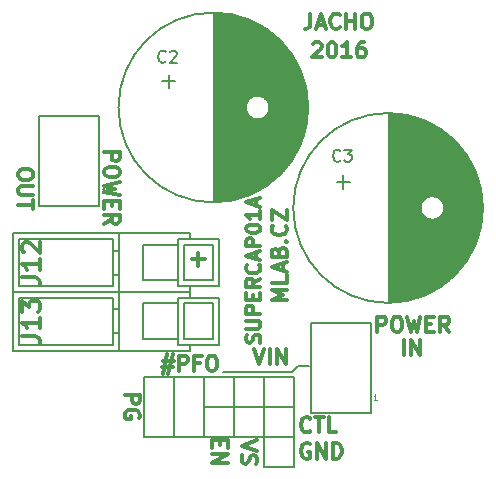
<source format=gbr>
G04 #@! TF.FileFunction,Legend,Top*
%FSLAX46Y46*%
G04 Gerber Fmt 4.6, Leading zero omitted, Abs format (unit mm)*
G04 Created by KiCad (PCBNEW 4.0.1-stable) date 20. 4. 2016 8:51:21*
%MOMM*%
G01*
G04 APERTURE LIST*
%ADD10C,0.500000*%
%ADD11C,0.300000*%
%ADD12C,0.200000*%
%ADD13C,0.150000*%
%ADD14C,0.304800*%
%ADD15C,0.050000*%
G04 APERTURE END LIST*
D10*
D11*
X25584429Y36592595D02*
X25646334Y36654500D01*
X25770143Y36716405D01*
X26079667Y36716405D01*
X26203477Y36654500D01*
X26265381Y36592595D01*
X26327286Y36468786D01*
X26327286Y36344976D01*
X26265381Y36159262D01*
X25522524Y35416405D01*
X26327286Y35416405D01*
X27132048Y36716405D02*
X27255857Y36716405D01*
X27379667Y36654500D01*
X27441572Y36592595D01*
X27503476Y36468786D01*
X27565381Y36221167D01*
X27565381Y35911643D01*
X27503476Y35664024D01*
X27441572Y35540214D01*
X27379667Y35478310D01*
X27255857Y35416405D01*
X27132048Y35416405D01*
X27008238Y35478310D01*
X26946334Y35540214D01*
X26884429Y35664024D01*
X26822524Y35911643D01*
X26822524Y36221167D01*
X26884429Y36468786D01*
X26946334Y36592595D01*
X27008238Y36654500D01*
X27132048Y36716405D01*
X28803476Y35416405D02*
X28060619Y35416405D01*
X28432048Y35416405D02*
X28432048Y36716405D01*
X28308238Y36530690D01*
X28184429Y36406881D01*
X28060619Y36344976D01*
X29917762Y36716405D02*
X29670143Y36716405D01*
X29546333Y36654500D01*
X29484428Y36592595D01*
X29360619Y36406881D01*
X29298714Y36159262D01*
X29298714Y35664024D01*
X29360619Y35540214D01*
X29422524Y35478310D01*
X29546333Y35416405D01*
X29793952Y35416405D01*
X29917762Y35478310D01*
X29979666Y35540214D01*
X30041571Y35664024D01*
X30041571Y35973548D01*
X29979666Y36097357D01*
X29917762Y36159262D01*
X29793952Y36221167D01*
X29546333Y36221167D01*
X29422524Y36159262D01*
X29360619Y36097357D01*
X29298714Y35973548D01*
X25366166Y39129405D02*
X25366166Y38200833D01*
X25304262Y38015119D01*
X25180452Y37891310D01*
X24994738Y37829405D01*
X24870928Y37829405D01*
X25923309Y38200833D02*
X26542357Y38200833D01*
X25799500Y37829405D02*
X26232833Y39129405D01*
X26666166Y37829405D01*
X27842357Y37953214D02*
X27780452Y37891310D01*
X27594738Y37829405D01*
X27470928Y37829405D01*
X27285214Y37891310D01*
X27161405Y38015119D01*
X27099500Y38138929D01*
X27037595Y38386548D01*
X27037595Y38572262D01*
X27099500Y38819881D01*
X27161405Y38943690D01*
X27285214Y39067500D01*
X27470928Y39129405D01*
X27594738Y39129405D01*
X27780452Y39067500D01*
X27842357Y39005595D01*
X28399500Y37829405D02*
X28399500Y39129405D01*
X28399500Y38510357D02*
X29142357Y38510357D01*
X29142357Y37829405D02*
X29142357Y39129405D01*
X30009024Y39129405D02*
X30256643Y39129405D01*
X30380452Y39067500D01*
X30504262Y38943690D01*
X30566167Y38696071D01*
X30566167Y38262738D01*
X30504262Y38015119D01*
X30380452Y37891310D01*
X30256643Y37829405D01*
X30009024Y37829405D01*
X29885214Y37891310D01*
X29761405Y38015119D01*
X29699500Y38262738D01*
X29699500Y38696071D01*
X29761405Y38943690D01*
X29885214Y39067500D01*
X30009024Y39129405D01*
X23384595Y14860262D02*
X22084595Y14860262D01*
X23013167Y15293595D01*
X22084595Y15726928D01*
X23384595Y15726928D01*
X23384595Y16965023D02*
X23384595Y16345976D01*
X22084595Y16345976D01*
X23013167Y17336452D02*
X23013167Y17955500D01*
X23384595Y17212643D02*
X22084595Y17645976D01*
X23384595Y18079309D01*
X22703643Y18945976D02*
X22765548Y19131690D01*
X22827452Y19193595D01*
X22951262Y19255500D01*
X23136976Y19255500D01*
X23260786Y19193595D01*
X23322690Y19131690D01*
X23384595Y19007881D01*
X23384595Y18512643D01*
X22084595Y18512643D01*
X22084595Y18945976D01*
X22146500Y19069786D01*
X22208405Y19131690D01*
X22332214Y19193595D01*
X22456024Y19193595D01*
X22579833Y19131690D01*
X22641738Y19069786D01*
X22703643Y18945976D01*
X22703643Y18512643D01*
X23260786Y19812643D02*
X23322690Y19874548D01*
X23384595Y19812643D01*
X23322690Y19750738D01*
X23260786Y19812643D01*
X23384595Y19812643D01*
X23260786Y21174548D02*
X23322690Y21112643D01*
X23384595Y20926929D01*
X23384595Y20803119D01*
X23322690Y20617405D01*
X23198881Y20493596D01*
X23075071Y20431691D01*
X22827452Y20369786D01*
X22641738Y20369786D01*
X22394119Y20431691D01*
X22270310Y20493596D01*
X22146500Y20617405D01*
X22084595Y20803119D01*
X22084595Y20926929D01*
X22146500Y21112643D01*
X22208405Y21174548D01*
X22084595Y21607881D02*
X22084595Y22474548D01*
X23384595Y21607881D01*
X23384595Y22474548D01*
X21059714Y11249786D02*
X21116857Y11421215D01*
X21116857Y11706929D01*
X21059714Y11821215D01*
X21002571Y11878358D01*
X20888286Y11935501D01*
X20774000Y11935501D01*
X20659714Y11878358D01*
X20602571Y11821215D01*
X20545429Y11706929D01*
X20488286Y11478358D01*
X20431143Y11364072D01*
X20374000Y11306929D01*
X20259714Y11249786D01*
X20145429Y11249786D01*
X20031143Y11306929D01*
X19974000Y11364072D01*
X19916857Y11478358D01*
X19916857Y11764072D01*
X19974000Y11935501D01*
X19916857Y12449786D02*
X20888286Y12449786D01*
X21002571Y12506929D01*
X21059714Y12564072D01*
X21116857Y12678358D01*
X21116857Y12906929D01*
X21059714Y13021215D01*
X21002571Y13078358D01*
X20888286Y13135501D01*
X19916857Y13135501D01*
X21116857Y13706929D02*
X19916857Y13706929D01*
X19916857Y14164072D01*
X19974000Y14278358D01*
X20031143Y14335501D01*
X20145429Y14392644D01*
X20316857Y14392644D01*
X20431143Y14335501D01*
X20488286Y14278358D01*
X20545429Y14164072D01*
X20545429Y13706929D01*
X20488286Y14906929D02*
X20488286Y15306929D01*
X21116857Y15478358D02*
X21116857Y14906929D01*
X19916857Y14906929D01*
X19916857Y15478358D01*
X21116857Y16678358D02*
X20545429Y16278358D01*
X21116857Y15992643D02*
X19916857Y15992643D01*
X19916857Y16449786D01*
X19974000Y16564072D01*
X20031143Y16621215D01*
X20145429Y16678358D01*
X20316857Y16678358D01*
X20431143Y16621215D01*
X20488286Y16564072D01*
X20545429Y16449786D01*
X20545429Y15992643D01*
X21002571Y17878358D02*
X21059714Y17821215D01*
X21116857Y17649786D01*
X21116857Y17535500D01*
X21059714Y17364072D01*
X20945429Y17249786D01*
X20831143Y17192643D01*
X20602571Y17135500D01*
X20431143Y17135500D01*
X20202571Y17192643D01*
X20088286Y17249786D01*
X19974000Y17364072D01*
X19916857Y17535500D01*
X19916857Y17649786D01*
X19974000Y17821215D01*
X20031143Y17878358D01*
X20774000Y18335500D02*
X20774000Y18906929D01*
X21116857Y18221215D02*
X19916857Y18621215D01*
X21116857Y19021215D01*
X21116857Y19421214D02*
X19916857Y19421214D01*
X19916857Y19878357D01*
X19974000Y19992643D01*
X20031143Y20049786D01*
X20145429Y20106929D01*
X20316857Y20106929D01*
X20431143Y20049786D01*
X20488286Y19992643D01*
X20545429Y19878357D01*
X20545429Y19421214D01*
X19916857Y20849786D02*
X19916857Y20964071D01*
X19974000Y21078357D01*
X20031143Y21135500D01*
X20145429Y21192643D01*
X20374000Y21249786D01*
X20659714Y21249786D01*
X20888286Y21192643D01*
X21002571Y21135500D01*
X21059714Y21078357D01*
X21116857Y20964071D01*
X21116857Y20849786D01*
X21059714Y20735500D01*
X21002571Y20678357D01*
X20888286Y20621214D01*
X20659714Y20564071D01*
X20374000Y20564071D01*
X20145429Y20621214D01*
X20031143Y20678357D01*
X19974000Y20735500D01*
X19916857Y20849786D01*
X21116857Y22392643D02*
X21116857Y21706928D01*
X21116857Y22049786D02*
X19916857Y22049786D01*
X20088286Y21935500D01*
X20202571Y21821214D01*
X20259714Y21706928D01*
X20774000Y22849785D02*
X20774000Y23421214D01*
X21116857Y22735500D02*
X19916857Y23135500D01*
X21116857Y23535500D01*
X25372881Y3790214D02*
X25310976Y3728310D01*
X25125262Y3666405D01*
X25001452Y3666405D01*
X24815738Y3728310D01*
X24691929Y3852119D01*
X24630024Y3975929D01*
X24568119Y4223548D01*
X24568119Y4409262D01*
X24630024Y4656881D01*
X24691929Y4780690D01*
X24815738Y4904500D01*
X25001452Y4966405D01*
X25125262Y4966405D01*
X25310976Y4904500D01*
X25372881Y4842595D01*
X25744310Y4966405D02*
X26487167Y4966405D01*
X26115738Y3666405D02*
X26115738Y4966405D01*
X27539547Y3666405D02*
X26920500Y3666405D01*
X26920500Y4966405D01*
X25310976Y2682000D02*
X25187167Y2743905D01*
X25001452Y2743905D01*
X24815738Y2682000D01*
X24691929Y2558190D01*
X24630024Y2434381D01*
X24568119Y2186762D01*
X24568119Y2001048D01*
X24630024Y1753429D01*
X24691929Y1629619D01*
X24815738Y1505810D01*
X25001452Y1443905D01*
X25125262Y1443905D01*
X25310976Y1505810D01*
X25372881Y1567714D01*
X25372881Y2001048D01*
X25125262Y2001048D01*
X25930024Y1443905D02*
X25930024Y2743905D01*
X26672881Y1443905D01*
X26672881Y2743905D01*
X27291929Y1443905D02*
X27291929Y2743905D01*
X27601453Y2743905D01*
X27787167Y2682000D01*
X27910976Y2558190D01*
X27972881Y2434381D01*
X28034786Y2186762D01*
X28034786Y2001048D01*
X27972881Y1753429D01*
X27910976Y1629619D01*
X27787167Y1505810D01*
X27601453Y1443905D01*
X27291929Y1443905D01*
X20841405Y2987690D02*
X19541405Y2554357D01*
X20841405Y2121024D01*
X19603310Y1749595D02*
X19541405Y1563881D01*
X19541405Y1254357D01*
X19603310Y1130547D01*
X19665214Y1068643D01*
X19789024Y1006738D01*
X19912833Y1006738D01*
X20036643Y1068643D01*
X20098548Y1130547D01*
X20160452Y1254357D01*
X20222357Y1501976D01*
X20284262Y1625785D01*
X20346167Y1687690D01*
X20469976Y1749595D01*
X20593786Y1749595D01*
X20717595Y1687690D01*
X20779500Y1625785D01*
X20841405Y1501976D01*
X20841405Y1192452D01*
X20779500Y1006738D01*
X17745857Y2992476D02*
X17745857Y2559143D01*
X17064905Y2373429D02*
X17064905Y2992476D01*
X18364905Y2992476D01*
X18364905Y2373429D01*
X17064905Y1816286D02*
X18364905Y1816286D01*
X17064905Y1073429D01*
X18364905Y1073429D01*
X33291548Y10206905D02*
X33291548Y11506905D01*
X33910596Y10206905D02*
X33910596Y11506905D01*
X34653453Y10206905D01*
X34653453Y11506905D01*
X31033620Y12175405D02*
X31033620Y13475405D01*
X31528858Y13475405D01*
X31652667Y13413500D01*
X31714572Y13351595D01*
X31776477Y13227786D01*
X31776477Y13042071D01*
X31714572Y12918262D01*
X31652667Y12856357D01*
X31528858Y12794452D01*
X31033620Y12794452D01*
X32581239Y13475405D02*
X32828858Y13475405D01*
X32952667Y13413500D01*
X33076477Y13289690D01*
X33138382Y13042071D01*
X33138382Y12608738D01*
X33076477Y12361119D01*
X32952667Y12237310D01*
X32828858Y12175405D01*
X32581239Y12175405D01*
X32457429Y12237310D01*
X32333620Y12361119D01*
X32271715Y12608738D01*
X32271715Y13042071D01*
X32333620Y13289690D01*
X32457429Y13413500D01*
X32581239Y13475405D01*
X33571715Y13475405D02*
X33881239Y12175405D01*
X34128858Y13103976D01*
X34376477Y12175405D01*
X34686001Y13475405D01*
X35181239Y12856357D02*
X35614572Y12856357D01*
X35800286Y12175405D02*
X35181239Y12175405D01*
X35181239Y13475405D01*
X35800286Y13475405D01*
X37100286Y12175405D02*
X36666953Y12794452D01*
X36357429Y12175405D02*
X36357429Y13475405D01*
X36852667Y13475405D01*
X36976476Y13413500D01*
X37038381Y13351595D01*
X37100286Y13227786D01*
X37100286Y13042071D01*
X37038381Y12918262D01*
X36976476Y12856357D01*
X36852667Y12794452D01*
X36357429Y12794452D01*
X20610691Y10744905D02*
X21044024Y9444905D01*
X21477357Y10744905D01*
X21910691Y9444905D02*
X21910691Y10744905D01*
X22529739Y9444905D02*
X22529739Y10744905D01*
X23272596Y9444905D01*
X23272596Y10744905D01*
D12*
X24320500Y9271000D02*
X25209500Y9271000D01*
X23812500Y8763000D02*
X24320500Y9271000D01*
X17970500Y8763000D02*
X23812500Y8763000D01*
D11*
X12886024Y9740071D02*
X13814595Y9740071D01*
X13257453Y10297214D02*
X12886024Y8625786D01*
X13690786Y9182929D02*
X12762215Y9182929D01*
X13319357Y8625786D02*
X13690786Y10297214D01*
X14247929Y8873405D02*
X14247929Y10173405D01*
X14743167Y10173405D01*
X14866976Y10111500D01*
X14928881Y10049595D01*
X14990786Y9925786D01*
X14990786Y9740071D01*
X14928881Y9616262D01*
X14866976Y9554357D01*
X14743167Y9492452D01*
X14247929Y9492452D01*
X15981262Y9554357D02*
X15547929Y9554357D01*
X15547929Y8873405D02*
X15547929Y10173405D01*
X16166976Y10173405D01*
X16909834Y10173405D02*
X17157453Y10173405D01*
X17281262Y10111500D01*
X17405072Y9987690D01*
X17466977Y9740071D01*
X17466977Y9306738D01*
X17405072Y9059119D01*
X17281262Y8935310D01*
X17157453Y8873405D01*
X16909834Y8873405D01*
X16786024Y8935310D01*
X16662215Y9059119D01*
X16600310Y9306738D01*
X16600310Y9740071D01*
X16662215Y9987690D01*
X16786024Y10111500D01*
X16909834Y10173405D01*
X9635405Y6832476D02*
X10935405Y6832476D01*
X10935405Y6337238D01*
X10873500Y6213429D01*
X10811595Y6151524D01*
X10687786Y6089619D01*
X10502071Y6089619D01*
X10378262Y6151524D01*
X10316357Y6213429D01*
X10254452Y6337238D01*
X10254452Y6832476D01*
X10873500Y4851524D02*
X10935405Y4975333D01*
X10935405Y5161048D01*
X10873500Y5346762D01*
X10749690Y5470571D01*
X10625881Y5532476D01*
X10378262Y5594381D01*
X10192548Y5594381D01*
X9944929Y5532476D01*
X9821119Y5470571D01*
X9697310Y5346762D01*
X9635405Y5161048D01*
X9635405Y5037238D01*
X9697310Y4851524D01*
X9759214Y4789619D01*
X10192548Y4789619D01*
X10192548Y5037238D01*
X1918405Y25620500D02*
X1918405Y25372881D01*
X1856500Y25249072D01*
X1732690Y25125262D01*
X1485071Y25063357D01*
X1051738Y25063357D01*
X804119Y25125262D01*
X680310Y25249072D01*
X618405Y25372881D01*
X618405Y25620500D01*
X680310Y25744310D01*
X804119Y25868119D01*
X1051738Y25930024D01*
X1485071Y25930024D01*
X1732690Y25868119D01*
X1856500Y25744310D01*
X1918405Y25620500D01*
X1918405Y24506214D02*
X866024Y24506214D01*
X742214Y24444309D01*
X680310Y24382405D01*
X618405Y24258595D01*
X618405Y24010976D01*
X680310Y23887167D01*
X742214Y23825262D01*
X866024Y23763357D01*
X1918405Y23763357D01*
X1918405Y23330023D02*
X1918405Y22587166D01*
X618405Y22958595D02*
X1918405Y22958595D01*
X7920905Y27386380D02*
X9220905Y27386380D01*
X9220905Y26891142D01*
X9159000Y26767333D01*
X9097095Y26705428D01*
X8973286Y26643523D01*
X8787571Y26643523D01*
X8663762Y26705428D01*
X8601857Y26767333D01*
X8539952Y26891142D01*
X8539952Y27386380D01*
X9220905Y25838761D02*
X9220905Y25591142D01*
X9159000Y25467333D01*
X9035190Y25343523D01*
X8787571Y25281618D01*
X8354238Y25281618D01*
X8106619Y25343523D01*
X7982810Y25467333D01*
X7920905Y25591142D01*
X7920905Y25838761D01*
X7982810Y25962571D01*
X8106619Y26086380D01*
X8354238Y26148285D01*
X8787571Y26148285D01*
X9035190Y26086380D01*
X9159000Y25962571D01*
X9220905Y25838761D01*
X9220905Y24848285D02*
X7920905Y24538761D01*
X8849476Y24291142D01*
X7920905Y24043523D01*
X9220905Y23733999D01*
X8601857Y23238761D02*
X8601857Y22805428D01*
X7920905Y22619714D02*
X7920905Y23238761D01*
X9220905Y23238761D01*
X9220905Y22619714D01*
X7920905Y21319714D02*
X8539952Y21753047D01*
X7920905Y22062571D02*
X9220905Y22062571D01*
X9220905Y21567333D01*
X9159000Y21443524D01*
X9097095Y21381619D01*
X8973286Y21319714D01*
X8787571Y21319714D01*
X8663762Y21381619D01*
X8601857Y21443524D01*
X8539952Y21567333D01*
X8539952Y22062571D01*
X16446428Y18307857D02*
X15303571Y18307857D01*
X15875000Y17736429D02*
X15875000Y18879286D01*
D13*
X15160000Y10581000D02*
X15160000Y11081000D01*
X15160000Y15081000D02*
X15160000Y15581000D01*
X9160000Y10580900D02*
X9160000Y15581100D01*
X160000Y10580900D02*
X160000Y15581100D01*
X17160000Y11580000D02*
X17160000Y14582000D01*
X14660100Y11580000D02*
X14660100Y14582000D01*
X17660100Y15081000D02*
X17660100Y11081000D01*
X14160000Y15081000D02*
X14160000Y11081000D01*
X11160000Y11580900D02*
X11160000Y14581100D01*
X8659900Y15081000D02*
X8659900Y11081000D01*
X659900Y11081000D02*
X659900Y15081000D01*
X8659900Y12081000D02*
X9160000Y12081000D01*
X14660100Y11581000D02*
X17160000Y11581000D01*
X14160000Y11081000D02*
X17660100Y11081000D01*
X8659900Y14081000D02*
X9160000Y14081000D01*
X14660100Y14581000D02*
X17160000Y14581000D01*
X14160000Y15081000D02*
X17661000Y15081000D01*
X11160000Y11581000D02*
X14160000Y11581000D01*
X659900Y11081000D02*
X8659900Y11081000D01*
X9160000Y10581000D02*
X15160000Y10581000D01*
X11160000Y14581000D02*
X14160000Y14581000D01*
X659900Y15081000D02*
X8659900Y15081000D01*
X9160000Y15581000D02*
X15160000Y15581000D01*
X9160000Y10581000D02*
X160000Y10581000D01*
X160000Y15581000D02*
X9160000Y15581000D01*
X13843000Y3302000D02*
X13843000Y8382000D01*
X13843000Y8382000D02*
X16383000Y8382000D01*
X16383000Y8382000D02*
X16383000Y3302000D01*
X16383000Y3302000D02*
X13843000Y3302000D01*
X11303000Y3302000D02*
X11303000Y8382000D01*
X11303000Y8382000D02*
X13843000Y8382000D01*
X13843000Y8382000D02*
X13843000Y3302000D01*
X13843000Y3302000D02*
X11303000Y3302000D01*
X15160000Y15534000D02*
X15160000Y16034000D01*
X15160000Y20034000D02*
X15160000Y20534000D01*
X9160000Y15533900D02*
X9160000Y20534100D01*
X160000Y15533900D02*
X160000Y20534100D01*
X17160000Y16533000D02*
X17160000Y19535000D01*
X14660100Y16533000D02*
X14660100Y19535000D01*
X17660100Y20034000D02*
X17660100Y16034000D01*
X14160000Y20034000D02*
X14160000Y16034000D01*
X11160000Y16533900D02*
X11160000Y19534100D01*
X8659900Y20034000D02*
X8659900Y16034000D01*
X659900Y16034000D02*
X659900Y20034000D01*
X8659900Y17034000D02*
X9160000Y17034000D01*
X14660100Y16534000D02*
X17160000Y16534000D01*
X14160000Y16034000D02*
X17660100Y16034000D01*
X8659900Y19034000D02*
X9160000Y19034000D01*
X14660100Y19534000D02*
X17160000Y19534000D01*
X14160000Y20034000D02*
X17661000Y20034000D01*
X11160000Y16534000D02*
X14160000Y16534000D01*
X659900Y16034000D02*
X8659900Y16034000D01*
X9160000Y15534000D02*
X15160000Y15534000D01*
X11160000Y19534000D02*
X14160000Y19534000D01*
X659900Y20034000D02*
X8659900Y20034000D01*
X9160000Y20534000D02*
X15160000Y20534000D01*
X9160000Y15534000D02*
X160000Y15534000D01*
X160000Y20534000D02*
X9160000Y20534000D01*
X16383000Y5842000D02*
X18923000Y5842000D01*
X18923000Y5842000D02*
X18923000Y3302000D01*
X18923000Y3302000D02*
X16383000Y3302000D01*
X16383000Y3302000D02*
X16383000Y5842000D01*
X21463000Y8382000D02*
X24003000Y8382000D01*
X24003000Y8382000D02*
X24003000Y5842000D01*
X24003000Y5842000D02*
X21463000Y5842000D01*
X21463000Y5842000D02*
X21463000Y8382000D01*
X21463000Y5842000D02*
X24003000Y5842000D01*
X24003000Y5842000D02*
X24003000Y3302000D01*
X24003000Y3302000D02*
X21463000Y3302000D01*
X21463000Y3302000D02*
X21463000Y5842000D01*
X21463000Y3302000D02*
X24003000Y3302000D01*
X24003000Y3302000D02*
X24003000Y762000D01*
X24003000Y762000D02*
X21463000Y762000D01*
X21463000Y762000D02*
X21463000Y3302000D01*
X16383000Y8382000D02*
X18923000Y8382000D01*
X18923000Y8382000D02*
X18923000Y5842000D01*
X18923000Y5842000D02*
X16383000Y5842000D01*
X16383000Y5842000D02*
X16383000Y8382000D01*
X18923000Y8382000D02*
X21463000Y8382000D01*
X21463000Y8382000D02*
X21463000Y5842000D01*
X21463000Y5842000D02*
X18923000Y5842000D01*
X18923000Y5842000D02*
X18923000Y8382000D01*
X18923000Y5842000D02*
X21463000Y5842000D01*
X21463000Y5842000D02*
X21463000Y3302000D01*
X21463000Y3302000D02*
X18923000Y3302000D01*
X18923000Y3302000D02*
X18923000Y5842000D01*
X30480000Y5334000D02*
X25400000Y5334000D01*
X25400000Y5334000D02*
X25400000Y12954000D01*
X25400000Y12954000D02*
X30480000Y12954000D01*
X30480000Y12954000D02*
X30480000Y5334000D01*
X7493000Y22860000D02*
X2413000Y22860000D01*
X2413000Y22860000D02*
X2413000Y30480000D01*
X2413000Y30480000D02*
X7493000Y30480000D01*
X7493000Y30480000D02*
X7493000Y22860000D01*
X17223500Y39178500D02*
X17223500Y23178500D01*
X17363500Y39175500D02*
X17363500Y23181500D01*
X17503500Y39170500D02*
X17503500Y23186500D01*
X17643500Y39163500D02*
X17643500Y23193500D01*
X17783500Y39153500D02*
X17783500Y23203500D01*
X17923500Y39140500D02*
X17923500Y23216500D01*
X18063500Y39126500D02*
X18063500Y23230500D01*
X18203500Y39108500D02*
X18203500Y23248500D01*
X18343500Y39088500D02*
X18343500Y23268500D01*
X18483500Y39066500D02*
X18483500Y23290500D01*
X18623500Y39041500D02*
X18623500Y23315500D01*
X18763500Y39013500D02*
X18763500Y23343500D01*
X18903500Y38983500D02*
X18903500Y23373500D01*
X19043500Y38950500D02*
X19043500Y23406500D01*
X19183500Y38915500D02*
X19183500Y23441500D01*
X19323500Y38877500D02*
X19323500Y23479500D01*
X19463500Y38836500D02*
X19463500Y23520500D01*
X19603500Y38792500D02*
X19603500Y23564500D01*
X19743500Y38745500D02*
X19743500Y23611500D01*
X19883500Y38696500D02*
X19883500Y23660500D01*
X20023500Y38644500D02*
X20023500Y31662500D01*
X20023500Y30694500D02*
X20023500Y23712500D01*
X20163500Y38588500D02*
X20163500Y31856500D01*
X20163500Y30500500D02*
X20163500Y23768500D01*
X20303500Y38530500D02*
X20303500Y31982500D01*
X20303500Y30374500D02*
X20303500Y23826500D01*
X20443500Y38468500D02*
X20443500Y32068500D01*
X20443500Y30288500D02*
X20443500Y23888500D01*
X20583500Y38403500D02*
X20583500Y32127500D01*
X20583500Y30229500D02*
X20583500Y23953500D01*
X20723500Y38335500D02*
X20723500Y32163500D01*
X20723500Y30193500D02*
X20723500Y24021500D01*
X20863500Y38263500D02*
X20863500Y32177500D01*
X20863500Y30179500D02*
X20863500Y24093500D01*
X21003500Y38188500D02*
X21003500Y32172500D01*
X21003500Y30184500D02*
X21003500Y24168500D01*
X21143500Y38109500D02*
X21143500Y32148500D01*
X21143500Y30208500D02*
X21143500Y24247500D01*
X21283500Y38026500D02*
X21283500Y32101500D01*
X21283500Y30255500D02*
X21283500Y24330500D01*
X21423500Y37940500D02*
X21423500Y32029500D01*
X21423500Y30327500D02*
X21423500Y24416500D01*
X21563500Y37849500D02*
X21563500Y31925500D01*
X21563500Y30431500D02*
X21563500Y24507500D01*
X21703500Y37755500D02*
X21703500Y31771500D01*
X21703500Y30585500D02*
X21703500Y24601500D01*
X21843500Y37655500D02*
X21843500Y31505500D01*
X21843500Y30851500D02*
X21843500Y24701500D01*
X21983500Y37552500D02*
X21983500Y24804500D01*
X22123500Y37443500D02*
X22123500Y24913500D01*
X22263500Y37329500D02*
X22263500Y25027500D01*
X22403500Y37210500D02*
X22403500Y25146500D01*
X22543500Y37085500D02*
X22543500Y25271500D01*
X22683500Y36954500D02*
X22683500Y25402500D01*
X22823500Y36817500D02*
X22823500Y25539500D01*
X22963500Y36672500D02*
X22963500Y25684500D01*
X23103500Y36520500D02*
X23103500Y25836500D01*
X23243500Y36360500D02*
X23243500Y25996500D01*
X23383500Y36190500D02*
X23383500Y26166500D01*
X23523500Y36011500D02*
X23523500Y26345500D01*
X23663500Y35821500D02*
X23663500Y26535500D01*
X23803500Y35618500D02*
X23803500Y26738500D01*
X23943500Y35400500D02*
X23943500Y26956500D01*
X24083500Y35166500D02*
X24083500Y27190500D01*
X24223500Y34912500D02*
X24223500Y27444500D01*
X24363500Y34634500D02*
X24363500Y27722500D01*
X24503500Y34325500D02*
X24503500Y28031500D01*
X24643500Y33975500D02*
X24643500Y28381500D01*
X24783500Y33567500D02*
X24783500Y28789500D01*
X24923500Y33062500D02*
X24923500Y29294500D01*
X25063500Y32341500D02*
X25063500Y30015500D01*
X21898500Y31178500D02*
G75*
G03X21898500Y31178500I-1000000J0D01*
G01*
X25186000Y31178500D02*
G75*
G03X25186000Y31178500I-8037500J0D01*
G01*
X32019000Y30669500D02*
X32019000Y14669500D01*
X32159000Y30666500D02*
X32159000Y14672500D01*
X32299000Y30661500D02*
X32299000Y14677500D01*
X32439000Y30654500D02*
X32439000Y14684500D01*
X32579000Y30644500D02*
X32579000Y14694500D01*
X32719000Y30631500D02*
X32719000Y14707500D01*
X32859000Y30617500D02*
X32859000Y14721500D01*
X32999000Y30599500D02*
X32999000Y14739500D01*
X33139000Y30579500D02*
X33139000Y14759500D01*
X33279000Y30557500D02*
X33279000Y14781500D01*
X33419000Y30532500D02*
X33419000Y14806500D01*
X33559000Y30504500D02*
X33559000Y14834500D01*
X33699000Y30474500D02*
X33699000Y14864500D01*
X33839000Y30441500D02*
X33839000Y14897500D01*
X33979000Y30406500D02*
X33979000Y14932500D01*
X34119000Y30368500D02*
X34119000Y14970500D01*
X34259000Y30327500D02*
X34259000Y15011500D01*
X34399000Y30283500D02*
X34399000Y15055500D01*
X34539000Y30236500D02*
X34539000Y15102500D01*
X34679000Y30187500D02*
X34679000Y15151500D01*
X34819000Y30135500D02*
X34819000Y23153500D01*
X34819000Y22185500D02*
X34819000Y15203500D01*
X34959000Y30079500D02*
X34959000Y23347500D01*
X34959000Y21991500D02*
X34959000Y15259500D01*
X35099000Y30021500D02*
X35099000Y23473500D01*
X35099000Y21865500D02*
X35099000Y15317500D01*
X35239000Y29959500D02*
X35239000Y23559500D01*
X35239000Y21779500D02*
X35239000Y15379500D01*
X35379000Y29894500D02*
X35379000Y23618500D01*
X35379000Y21720500D02*
X35379000Y15444500D01*
X35519000Y29826500D02*
X35519000Y23654500D01*
X35519000Y21684500D02*
X35519000Y15512500D01*
X35659000Y29754500D02*
X35659000Y23668500D01*
X35659000Y21670500D02*
X35659000Y15584500D01*
X35799000Y29679500D02*
X35799000Y23663500D01*
X35799000Y21675500D02*
X35799000Y15659500D01*
X35939000Y29600500D02*
X35939000Y23639500D01*
X35939000Y21699500D02*
X35939000Y15738500D01*
X36079000Y29517500D02*
X36079000Y23592500D01*
X36079000Y21746500D02*
X36079000Y15821500D01*
X36219000Y29431500D02*
X36219000Y23520500D01*
X36219000Y21818500D02*
X36219000Y15907500D01*
X36359000Y29340500D02*
X36359000Y23416500D01*
X36359000Y21922500D02*
X36359000Y15998500D01*
X36499000Y29246500D02*
X36499000Y23262500D01*
X36499000Y22076500D02*
X36499000Y16092500D01*
X36639000Y29146500D02*
X36639000Y22996500D01*
X36639000Y22342500D02*
X36639000Y16192500D01*
X36779000Y29043500D02*
X36779000Y16295500D01*
X36919000Y28934500D02*
X36919000Y16404500D01*
X37059000Y28820500D02*
X37059000Y16518500D01*
X37199000Y28701500D02*
X37199000Y16637500D01*
X37339000Y28576500D02*
X37339000Y16762500D01*
X37479000Y28445500D02*
X37479000Y16893500D01*
X37619000Y28308500D02*
X37619000Y17030500D01*
X37759000Y28163500D02*
X37759000Y17175500D01*
X37899000Y28011500D02*
X37899000Y17327500D01*
X38039000Y27851500D02*
X38039000Y17487500D01*
X38179000Y27681500D02*
X38179000Y17657500D01*
X38319000Y27502500D02*
X38319000Y17836500D01*
X38459000Y27312500D02*
X38459000Y18026500D01*
X38599000Y27109500D02*
X38599000Y18229500D01*
X38739000Y26891500D02*
X38739000Y18447500D01*
X38879000Y26657500D02*
X38879000Y18681500D01*
X39019000Y26403500D02*
X39019000Y18935500D01*
X39159000Y26125500D02*
X39159000Y19213500D01*
X39299000Y25816500D02*
X39299000Y19522500D01*
X39439000Y25466500D02*
X39439000Y19872500D01*
X39579000Y25058500D02*
X39579000Y20280500D01*
X39719000Y24553500D02*
X39719000Y20785500D01*
X39859000Y23832500D02*
X39859000Y21506500D01*
X36694000Y22669500D02*
G75*
G03X36694000Y22669500I-1000000J0D01*
G01*
X39981500Y22669500D02*
G75*
G03X39981500Y22669500I-8037500J0D01*
G01*
D14*
X943429Y11847286D02*
X2032000Y11847286D01*
X2249714Y11774714D01*
X2394857Y11629571D01*
X2467429Y11411857D01*
X2467429Y11266714D01*
X2467429Y13371286D02*
X2467429Y12500429D01*
X2467429Y12935857D02*
X943429Y12935857D01*
X1161143Y12790714D01*
X1306286Y12645572D01*
X1378857Y12500429D01*
X943429Y13879286D02*
X943429Y14822715D01*
X1524000Y14314715D01*
X1524000Y14532429D01*
X1596571Y14677572D01*
X1669143Y14750143D01*
X1814286Y14822715D01*
X2177143Y14822715D01*
X2322286Y14750143D01*
X2394857Y14677572D01*
X2467429Y14532429D01*
X2467429Y14097001D01*
X2394857Y13951858D01*
X2322286Y13879286D01*
X943429Y16800286D02*
X2032000Y16800286D01*
X2249714Y16727714D01*
X2394857Y16582571D01*
X2467429Y16364857D01*
X2467429Y16219714D01*
X2467429Y18324286D02*
X2467429Y17453429D01*
X2467429Y17888857D02*
X943429Y17888857D01*
X1161143Y17743714D01*
X1306286Y17598572D01*
X1378857Y17453429D01*
X1088571Y18904858D02*
X1016000Y18977429D01*
X943429Y19122572D01*
X943429Y19485429D01*
X1016000Y19630572D01*
X1088571Y19703143D01*
X1233714Y19775715D01*
X1378857Y19775715D01*
X1596571Y19703143D01*
X2467429Y18832286D01*
X2467429Y19775715D01*
D15*
X31003857Y6377810D02*
X30718143Y6377810D01*
X30861000Y6377810D02*
X30861000Y6877810D01*
X30813381Y6806381D01*
X30765762Y6758762D01*
X30718143Y6734952D01*
X8016857Y23903810D02*
X7731143Y23903810D01*
X7874000Y23903810D02*
X7874000Y24403810D01*
X7826381Y24332381D01*
X7778762Y24284762D01*
X7731143Y24260952D01*
D13*
X13104834Y35075857D02*
X13057215Y35028238D01*
X12914358Y34980619D01*
X12819120Y34980619D01*
X12676262Y35028238D01*
X12581024Y35123476D01*
X12533405Y35218714D01*
X12485786Y35409190D01*
X12485786Y35552048D01*
X12533405Y35742524D01*
X12581024Y35837762D01*
X12676262Y35933000D01*
X12819120Y35980619D01*
X12914358Y35980619D01*
X13057215Y35933000D01*
X13104834Y35885381D01*
X13485786Y35885381D02*
X13533405Y35933000D01*
X13628643Y35980619D01*
X13866739Y35980619D01*
X13961977Y35933000D01*
X14009596Y35885381D01*
X14057215Y35790143D01*
X14057215Y35694905D01*
X14009596Y35552048D01*
X13438167Y34980619D01*
X14057215Y34980619D01*
X12788972Y33382757D02*
X13931829Y33382757D01*
X13360400Y32811329D02*
X13360400Y33954186D01*
X27900334Y26693857D02*
X27852715Y26646238D01*
X27709858Y26598619D01*
X27614620Y26598619D01*
X27471762Y26646238D01*
X27376524Y26741476D01*
X27328905Y26836714D01*
X27281286Y27027190D01*
X27281286Y27170048D01*
X27328905Y27360524D01*
X27376524Y27455762D01*
X27471762Y27551000D01*
X27614620Y27598619D01*
X27709858Y27598619D01*
X27852715Y27551000D01*
X27900334Y27503381D01*
X28233667Y27598619D02*
X28852715Y27598619D01*
X28519381Y27217667D01*
X28662239Y27217667D01*
X28757477Y27170048D01*
X28805096Y27122429D01*
X28852715Y27027190D01*
X28852715Y26789095D01*
X28805096Y26693857D01*
X28757477Y26646238D01*
X28662239Y26598619D01*
X28376524Y26598619D01*
X28281286Y26646238D01*
X28233667Y26693857D01*
X27584472Y24873757D02*
X28727329Y24873757D01*
X28155900Y24302329D02*
X28155900Y25445186D01*
M02*

</source>
